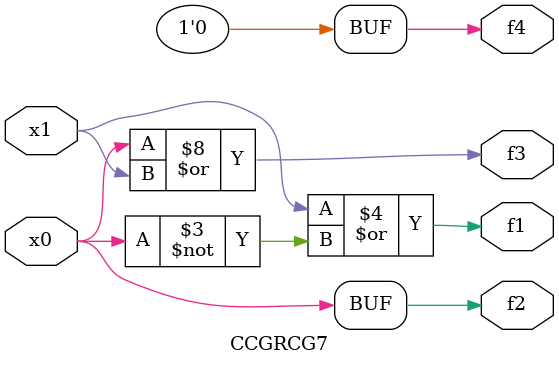
<source format=v>

module CCGRCG7 ( 
    x0, x1,
    f1, f2, f3, f4  );
  input  x0, x1;
  output f1, f2, f3, f4;
  wire new_n7_, new_n9_;
  assign new_n7_ = ~x1;
  assign f1 = ~new_n7_ | ~x0;
  assign new_n9_ = ~x0;
  assign f3 = ~new_n9_ | ~new_n7_;
  assign f4 = 1'b0;
  assign f2 = x0;
endmodule



</source>
